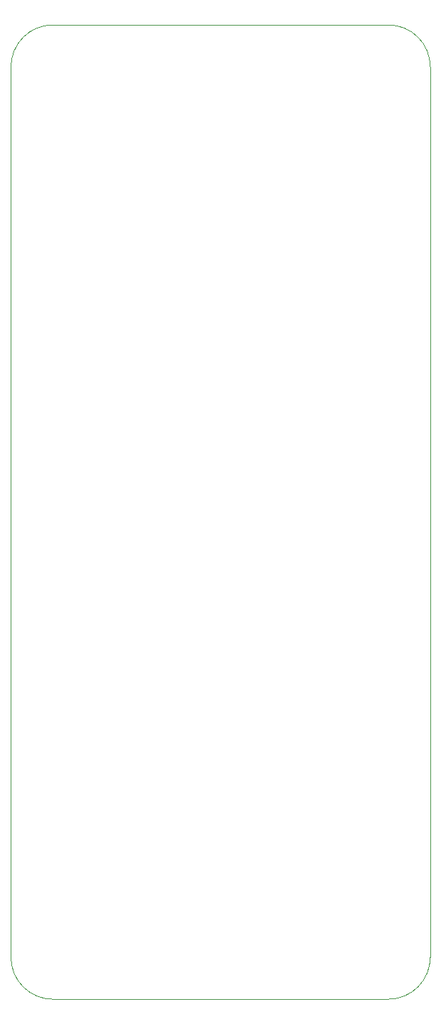
<source format=gbr>
%TF.GenerationSoftware,KiCad,Pcbnew,7.0.7*%
%TF.CreationDate,2023-10-20T22:21:11-07:00*%
%TF.ProjectId,etchascope-pcb,65746368-6173-4636-9f70-652d7063622e,rev?*%
%TF.SameCoordinates,Original*%
%TF.FileFunction,Profile,NP*%
%FSLAX46Y46*%
G04 Gerber Fmt 4.6, Leading zero omitted, Abs format (unit mm)*
G04 Created by KiCad (PCBNEW 7.0.7) date 2023-10-20 22:21:11*
%MOMM*%
%LPD*%
G01*
G04 APERTURE LIST*
%TA.AperFunction,Profile*%
%ADD10C,0.100000*%
%TD*%
G04 APERTURE END LIST*
D10*
X176905000Y-39192963D02*
X176905000Y-145192963D01*
X126905000Y-145192963D02*
X126905000Y-39192963D01*
X171905000Y-34192963D02*
X131905000Y-34192963D01*
X176905037Y-39192963D02*
G75*
G03*
X171905000Y-34192963I-5000037J-37D01*
G01*
X131905000Y-150192963D02*
X171905000Y-150192963D01*
X171905000Y-150192900D02*
G75*
G03*
X176905000Y-145192963I100J4999900D01*
G01*
X131905000Y-34192960D02*
G75*
G03*
X126905000Y-39192963I0J-5000000D01*
G01*
X126904937Y-145192963D02*
G75*
G03*
X131905000Y-150192963I5000063J63D01*
G01*
M02*

</source>
